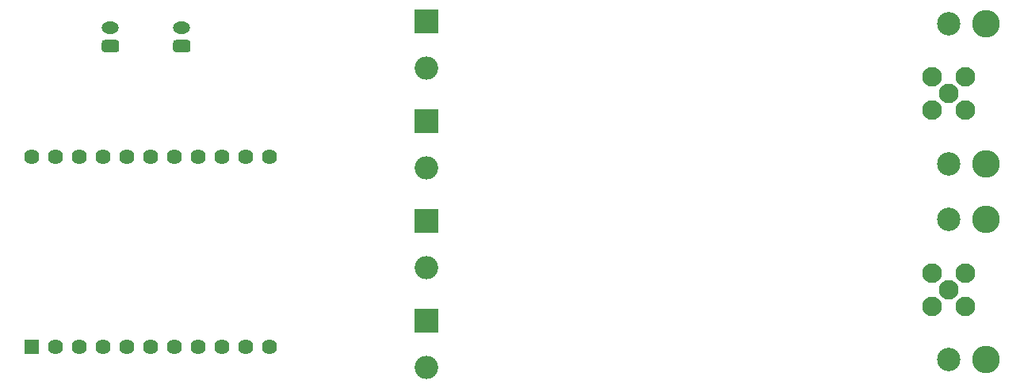
<source format=gbs>
%TF.GenerationSoftware,KiCad,Pcbnew,5.1.6-1.fc32*%
%TF.CreationDate,2020-09-04T20:16:30+02:00*%
%TF.ProjectId,mini-beieli-pcb-cubecell,6d696e69-2d62-4656-9965-6c692d706362,rev?*%
%TF.SameCoordinates,Original*%
%TF.FileFunction,Soldermask,Bot*%
%TF.FilePolarity,Negative*%
%FSLAX46Y46*%
G04 Gerber Fmt 4.6, Leading zero omitted, Abs format (unit mm)*
G04 Created by KiCad (PCBNEW 5.1.6-1.fc32) date 2020-09-04 20:16:30*
%MOMM*%
%LPD*%
G01*
G04 APERTURE LIST*
%ADD10C,1.624000*%
%ADD11R,1.624000X1.624000*%
%ADD12C,2.950000*%
%ADD13C,2.500000*%
%ADD14C,2.100000*%
%ADD15R,2.500000X2.500000*%
%ADD16O,2.500000X2.500000*%
%ADD17O,1.850000X1.300000*%
G04 APERTURE END LIST*
D10*
%TO.C,HTCC-AB01*%
X77978000Y-53360000D03*
X75438000Y-53360000D03*
X72898000Y-53360000D03*
X70358000Y-53360000D03*
X67818000Y-53360000D03*
X65278000Y-53360000D03*
X62738000Y-53360000D03*
X60198000Y-53360000D03*
X57658000Y-53360000D03*
X55118000Y-53360000D03*
X52578000Y-53360000D03*
X77978000Y-73660000D03*
X75438000Y-73660000D03*
X72898000Y-73660000D03*
X70358000Y-73660000D03*
X67818000Y-73660000D03*
X65278000Y-73660000D03*
X62738000Y-73660000D03*
X60198000Y-73640000D03*
X57658000Y-73640000D03*
X55118000Y-73640000D03*
D11*
X52578000Y-73640000D03*
%TD*%
D12*
%TO.C,J2*%
X154495000Y-75015000D03*
D13*
X150495000Y-75015000D03*
D12*
X154495000Y-60015000D03*
D13*
X150495000Y-60015000D03*
D14*
X150495000Y-67515000D03*
X152265000Y-65745000D03*
X152265000Y-69285000D03*
X148725000Y-65745000D03*
X148725000Y-69285000D03*
%TD*%
D15*
%TO.C,C9*%
X94680000Y-70806000D03*
D16*
X94680000Y-75806000D03*
%TD*%
D15*
%TO.C,C8*%
X94680000Y-60138000D03*
D16*
X94680000Y-65138000D03*
%TD*%
D15*
%TO.C,C7*%
X94680000Y-49470000D03*
D16*
X94680000Y-54470000D03*
%TD*%
D15*
%TO.C,C6*%
X94680000Y-38802000D03*
D16*
X94680000Y-43802000D03*
%TD*%
D17*
%TO.C,SWITCH1*%
X68580000Y-39480000D03*
G36*
G01*
X69234168Y-42130000D02*
X67925832Y-42130000D01*
G75*
G02*
X67655000Y-41859168I0J270832D01*
G01*
X67655000Y-41100832D01*
G75*
G02*
X67925832Y-40830000I270832J0D01*
G01*
X69234168Y-40830000D01*
G75*
G02*
X69505000Y-41100832I0J-270832D01*
G01*
X69505000Y-41859168D01*
G75*
G02*
X69234168Y-42130000I-270832J0D01*
G01*
G37*
%TD*%
%TO.C,SOLAR1*%
X60960000Y-39480000D03*
G36*
G01*
X61614168Y-42130000D02*
X60305832Y-42130000D01*
G75*
G02*
X60035000Y-41859168I0J270832D01*
G01*
X60035000Y-41100832D01*
G75*
G02*
X60305832Y-40830000I270832J0D01*
G01*
X61614168Y-40830000D01*
G75*
G02*
X61885000Y-41100832I0J-270832D01*
G01*
X61885000Y-41859168D01*
G75*
G02*
X61614168Y-42130000I-270832J0D01*
G01*
G37*
%TD*%
D12*
%TO.C,J1*%
X154495000Y-54060000D03*
D13*
X150495000Y-54060000D03*
D12*
X154495000Y-39060000D03*
D13*
X150495000Y-39060000D03*
D14*
X150495000Y-46560000D03*
X152265000Y-44790000D03*
X152265000Y-48330000D03*
X148725000Y-44790000D03*
X148725000Y-48330000D03*
%TD*%
M02*

</source>
